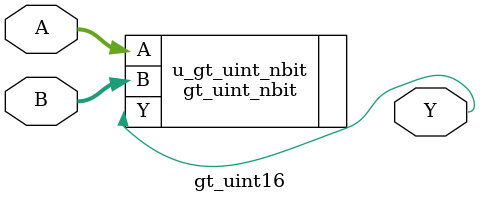
<source format=v>

module gt_uint16 #(
    parameter WIDTH = 16
)(
    input [WIDTH-1:0] A,
    input [WIDTH-1:0] B,
    output Y
);

    gt_uint_nbit #(
        .WIDTH(WIDTH)
    ) u_gt_uint_nbit (
        .A(A),
        .B(B),
        .Y(Y)
    );

endmodule

</source>
